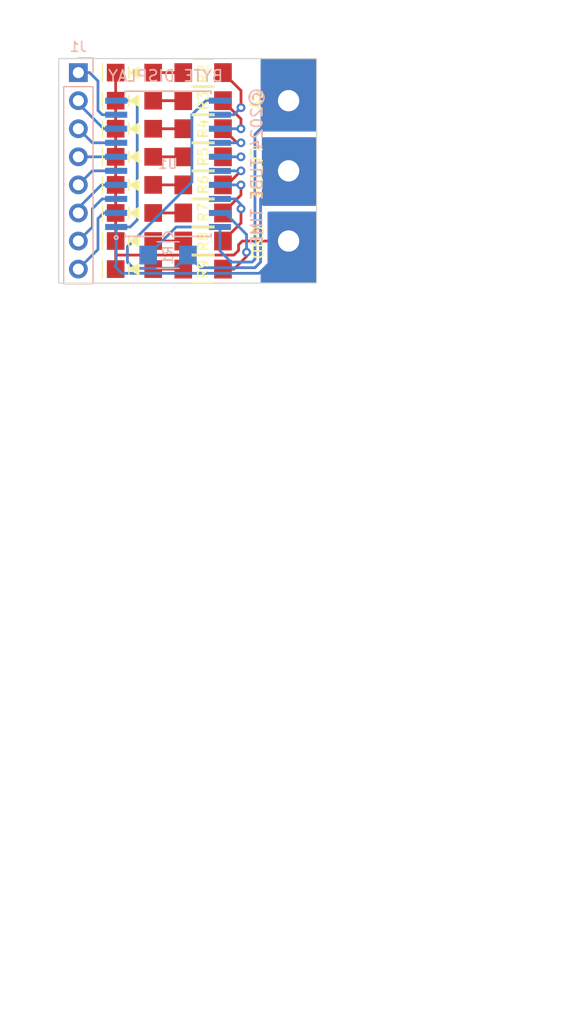
<source format=kicad_pcb>
(kicad_pcb (version 20221018) (generator pcbnew)
  (title_block (title "ByteDisplay") (comment 1 "By Tube Time"))
  (layers (0 "F.Cu" signal) (31 "B.Cu" signal) (34 "B.Paste" user) (35 "F.Paste" user) (36 "B.SilkS" user "B.Silkscreen") (37 "F.SilkS" user "F.Silkscreen") (38 "B.Mask" user) (39 "F.Mask" user) (44 "Edge.Cuts" user))
  (net 0 "")
  (net 1 "GND")
  (net 2 "Net-(D1-A)")
  (net 3 "Net-(D2-A)")
  (net 4 "Net-(D3-A)")
  (net 5 "Net-(D4-A)")
  (net 6 "Net-(D5-A)")
  (net 7 "Net-(D6-A)")
  (net 8 "Net-(D7-A)")
  (net 9 "Net-(D8-A)")
  (net 10 "Net-(J1-Pin_1)")
  (net 11 "Net-(J1-Pin_2)")
  (net 12 "Net-(J1-Pin_3)")
  (net 13 "Net-(J1-Pin_4)")
  (net 14 "Net-(J1-Pin_5)")
  (net 15 "Net-(J1-Pin_6)")
  (net 16 "Net-(J1-Pin_7)")
  (net 17 "Net-(J1-Pin_8)")
  (net 18 "Net-(J4-Pin_1)")
  (net 19 "Net-(U1-Q0)")
  (net 20 "Net-(U1-Q1)")
  (net 21 "Net-(U1-Q2)")
  (net 22 "Net-(U1-Q3)")
  (net 23 "Net-(U1-Q4)")
  (net 24 "Net-(U1-Q5)")
  (net 25 "Net-(U1-Q6)")
  (net 26 "Net-(U1-Q7)")
  (net 27 "/5V")
  (footprint "Active:LEDM3216X110" (layer "F.Cu") (at 132.08 119.38)
    (fp_text reference "D8" hide)
    (fp_text value "LED_Small_Filled")
    (fp_line (start -2.9 -0.8) (end -2.9 0.8) (stroke (width 0.12)) (layer "F.SilkS"))
    (fp_line (start -0.5 -0.5) (end -0.5 0.5) (stroke (width 0.12)) (layer "F.SilkS"))
    (fp_poly (pts (xy -0.5 0) (xy 0.4 -0.5) (xy 0.4 0.5)) (stroke (width 0.12)) (fill solid) (layer "F.SilkS"))
    (pad "1" smd rect (at -1.7 0 180) (size 1.6 1.6) (layers "F.Cu" "F.Paste" "F.Mask") (net 1 "GND"))
    (pad "2" smd rect (at 1.7 0 180) (size 1.6 1.6) (layers "F.Cu" "F.Paste" "F.Mask") (net 9 "Net-(D8-A)"))
  )
  (footprint "Active:LEDM3216X110" (layer "F.Cu") (at 132.08 114.3)
    (fp_text reference "D6" hide)
    (fp_text value "LED_Small_Filled")
    (fp_line (start -2.9 -0.8) (end -2.9 0.8) (stroke (width 0.12)) (layer "F.SilkS"))
    (fp_line (start -0.5 -0.5) (end -0.5 0.5) (stroke (width 0.12)) (layer "F.SilkS"))
    (fp_poly (pts (xy -0.5 0) (xy 0.4 -0.5) (xy 0.4 0.5)) (stroke (width 0.12)) (fill solid) (layer "F.SilkS"))
    (pad "1" smd rect (at -1.7 0 180) (size 1.6 1.6) (layers "F.Cu" "F.Paste" "F.Mask") (net 1 "GND"))
    (pad "2" smd rect (at 1.7 0 180) (size 1.6 1.6) (layers "F.Cu" "F.Paste" "F.Mask") (net 7 "Net-(D6-A)"))
  )
  (footprint "Active:LEDM3216X110" (layer "F.Cu") (at 132.08 116.84)
    (fp_text reference "D7" hide)
    (fp_text value "LED_Small_Filled")
    (fp_line (start -2.9 -0.8) (end -2.9 0.8) (stroke (width 0.12)) (layer "F.SilkS"))
    (fp_line (start -0.5 -0.5) (end -0.5 0.5) (stroke (width 0.12)) (layer "F.SilkS"))
    (fp_poly (pts (xy -0.5 0) (xy 0.4 -0.5) (xy 0.4 0.5)) (stroke (width 0.12)) (fill solid) (layer "F.SilkS"))
    (pad "1" smd rect (at -1.7 0 180) (size 1.6 1.6) (layers "F.Cu" "F.Paste" "F.Mask") (net 1 "GND"))
    (pad "2" smd rect (at 1.7 0 180) (size 1.6 1.6) (layers "F.Cu" "F.Paste" "F.Mask") (net 8 "Net-(D7-A)"))
  )
  (footprint "Active:LEDM3216X110" (layer "F.Cu") (at 132.08 106.68)
    (fp_text reference "D3" hide)
    (fp_text value "LED_Small_Filled")
    (fp_line (start -2.9 -0.8) (end -2.9 0.8) (stroke (width 0.12)) (layer "F.SilkS"))
    (fp_line (start -0.5 -0.5) (end -0.5 0.5) (stroke (width 0.12)) (layer "F.SilkS"))
    (fp_poly (pts (xy -0.5 0) (xy 0.4 -0.5) (xy 0.4 0.5)) (stroke (width 0.12)) (fill solid) (layer "F.SilkS"))
    (pad "1" smd rect (at -1.7 0 180) (size 1.6 1.6) (layers "F.Cu" "F.Paste" "F.Mask") (net 1 "GND"))
    (pad "2" smd rect (at 1.7 0 180) (size 1.6 1.6) (layers "F.Cu" "F.Paste" "F.Mask") (net 4 "Net-(D3-A)"))
  )
  (footprint "Active:LEDM3216X110" (layer "F.Cu") (at 132.08 104.14)
    (fp_text reference "D2" hide)
    (fp_text value "LED_Small_Filled")
    (fp_line (start -2.9 -0.8) (end -2.9 0.8) (stroke (width 0.12)) (layer "F.SilkS"))
    (fp_line (start -0.5 -0.5) (end -0.5 0.5) (stroke (width 0.12)) (layer "F.SilkS"))
    (fp_poly (pts (xy -0.5 0) (xy 0.4 -0.5) (xy 0.4 0.5)) (stroke (width 0.12)) (fill solid) (layer "F.SilkS"))
    (pad "1" smd rect (at -1.7 0 180) (size 1.6 1.6) (layers "F.Cu" "F.Paste" "F.Mask") (net 1 "GND"))
    (pad "2" smd rect (at 1.7 0 180) (size 1.6 1.6) (layers "F.Cu" "F.Paste" "F.Mask") (net 3 "Net-(D2-A)"))
  )
  (footprint "Passive:RESC3216X70" (layer "F.Cu") (at 138.303 106.68 180)
    (fp_text reference "R4" (at 0 0 90) (layer "F.SilkS") (effects (font (size 0.889 0.889) (thickness 0.1524))))
    (fp_text value "1K")
    (fp_line (start -1 -1.2) (end 1 -1.2) (stroke (width 0.12)) (layer "F.SilkS"))
    (fp_line (start 1 1.2) (end -1 1.2) (stroke (width 0.12)) (layer "F.SilkS"))
    (pad "1" smd rect (at -1.8 0 180) (size 1.6 1.7) (layers "F.Cu" "F.Paste" "F.Mask") (net 24 "Net-(U1-Q5)"))
    (pad "2" smd rect (at 1.8 0 180) (size 1.6 1.7) (layers "F.Cu" "F.Paste" "F.Mask") (net 4 "Net-(D3-A)"))
  )
  (footprint "Passive:RESC3216X70" (layer "F.Cu") (at 138.303 109.22 180)
    (fp_text reference "R5" (at 0 0 90) (layer "F.SilkS") (effects (font (size 0.889 0.889) (thickness 0.1524))))
    (fp_text value "1K")
    (fp_line (start -1 -1.2) (end 1 -1.2) (stroke (width 0.12)) (layer "F.SilkS"))
    (fp_line (start 1 1.2) (end -1 1.2) (stroke (width 0.12)) (layer "F.SilkS"))
    (pad "1" smd rect (at -1.8 0 180) (size 1.6 1.7) (layers "F.Cu" "F.Paste" "F.Mask") (net 23 "Net-(U1-Q4)"))
    (pad "2" smd rect (at 1.8 0 180) (size 1.6 1.7) (layers "F.Cu" "F.Paste" "F.Mask") (net 5 "Net-(D4-A)"))
  )
  (footprint "Conn:MILL-MAX_0294-0-15-01-06-27-10-0" (layer "F.Cu") (at 146.05 116.84)
    (fp_text reference "J2" hide)
    (fp_text value "Conn_01x01_Socket")
    (pad "1" thru_hole circle (at 0 0) (size 3.048 3.048) (drill 1.9304) (layers "*.Cu" "*.Mask") (net 1 "GND"))
  )
  (footprint "Active:LEDM3216X110" (layer "F.Cu") (at 132.08 111.76)
    (fp_text reference "D5" hide)
    (fp_text value "LED_Small_Filled")
    (fp_line (start -2.9 -0.8) (end -2.9 0.8) (stroke (width 0.12)) (layer "F.SilkS"))
    (fp_line (start -0.5 -0.5) (end -0.5 0.5) (stroke (width 0.12)) (layer "F.SilkS"))
    (fp_poly (pts (xy -0.5 0) (xy 0.4 -0.5) (xy 0.4 0.5)) (stroke (width 0.12)) (fill solid) (layer "F.SilkS"))
    (pad "1" smd rect (at -1.7 0 180) (size 1.6 1.6) (layers "F.Cu" "F.Paste" "F.Mask") (net 1 "GND"))
    (pad "2" smd rect (at 1.7 0 180) (size 1.6 1.6) (layers "F.Cu" "F.Paste" "F.Mask") (net 6 "Net-(D5-A)"))
  )
  (footprint "Passive:RESC3216X70" (layer "F.Cu") (at 138.303 101.6 180)
    (fp_text reference "R2" (at 0 -0.125 90) (layer "F.SilkS") (effects (font (size 0.889 0.889) (thickness 0.1524) bold)))
    (fp_text value "1K")
    (fp_line (start -1 -1.2) (end 1 -1.2) (stroke (width 0.12)) (layer "F.SilkS"))
    (fp_line (start 1 1.2) (end -1 1.2) (stroke (width 0.12)) (layer "F.SilkS"))
    (pad "1" smd rect (at -1.8 0 180) (size 1.6 1.7) (layers "F.Cu" "F.Paste" "F.Mask") (net 26 "Net-(U1-Q7)"))
    (pad "2" smd rect (at 1.8 0 180) (size 1.6 1.7) (layers "F.Cu" "F.Paste" "F.Mask") (net 2 "Net-(D1-A)"))
  )
  (footprint "Passive:RESC3216X70" (layer "F.Cu") (at 138.303 116.84 180)
    (fp_text reference "R8" (at 0 -0.036 90) (layer "F.SilkS") (effects (font (size 0.889 0.889) (thickness 0.1524))))
    (fp_text value "1K")
    (fp_line (start -1 -1.2) (end 1 -1.2) (stroke (width 0.12)) (layer "F.SilkS"))
    (fp_line (start 1 1.2) (end -1 1.2) (stroke (width 0.12)) (layer "F.SilkS"))
    (pad "1" smd rect (at -1.8 0 180) (size 1.6 1.7) (layers "F.Cu" "F.Paste" "F.Mask") (net 20 "Net-(U1-Q1)"))
    (pad "2" smd rect (at 1.8 0 180) (size 1.6 1.7) (layers "F.Cu" "F.Paste" "F.Mask") (net 8 "Net-(D7-A)"))
  )
  (footprint "Passive:RESC3216X70" (layer "F.Cu") (at 138.303 114.3 180)
    (fp_text reference "R7" (at 0 0.055 90) (layer "F.SilkS") (effects (font (size 0.889 0.889) (thickness 0.1524))))
    (fp_text value "1K")
    (fp_line (start -1 -1.2) (end 1 -1.2) (stroke (width 0.12)) (layer "F.SilkS"))
    (fp_line (start 1 1.2) (end -1 1.2) (stroke (width 0.12)) (layer "F.SilkS"))
    (pad "1" smd rect (at -1.8 0 180) (size 1.6 1.7) (layers "F.Cu" "F.Paste" "F.Mask") (net 21 "Net-(U1-Q2)"))
    (pad "2" smd rect (at 1.8 0 180) (size 1.6 1.7) (layers "F.Cu" "F.Paste" "F.Mask") (net 7 "Net-(D6-A)"))
  )
  (footprint "Passive:RESC3216X70" (layer "F.Cu") (at 138.303 119.38 180)
    (fp_text reference "R9" (at 0 0 90) (layer "F.SilkS") (effects (font (size 0.889 0.889) (thickness 0.1524))))
    (fp_text value "1K")
    (fp_line (start -1 -1.2) (end 1 -1.2) (stroke (width 0.12)) (layer "F.SilkS"))
    (fp_line (start 1 1.2) (end -1 1.2) (stroke (width 0.12)) (layer "F.SilkS"))
    (pad "1" smd rect (at -1.8 0 180) (size 1.6 1.7) (layers "F.Cu" "F.Paste" "F.Mask") (net 19 "Net-(U1-Q0)"))
    (pad "2" smd rect (at 1.8 0 180) (size 1.6 1.7) (layers "F.Cu" "F.Paste" "F.Mask") (net 9 "Net-(D8-A)"))
  )
  (footprint "Conn:MILL-MAX_0294-0-15-01-06-27-10-0" (layer "F.Cu") (at 146.05 110.49)
    (fp_text reference "J4" hide)
    (fp_text value "Conn_01x01_Socket")
    (pad "1" thru_hole circle (at 0 0) (size 3.048 3.048) (drill 1.9304) (layers "*.Cu" "*.Mask") (net 18 "Net-(J4-Pin_1)"))
  )
  (footprint "Conn:MILL-MAX_0294-0-15-01-06-27-10-0" (layer "F.Cu") (at 146.05 104.14)
    (fp_text reference "J3" hide)
    (fp_text value "Conn_01x01_Socket")
    (pad "1" thru_hole circle (at 0 0) (size 3.048 3.048) (drill 1.9304) (layers "*.Cu" "*.Mask") (net 27 "/5V"))
  )
  (footprint "Active:LEDM3216X110" (layer "F.Cu") (at 132.08 109.22)
    (fp_text reference "D4" hide)
    (fp_text value "LED_Small_Filled")
    (fp_line (start -2.9 -0.8) (end -2.9 0.8) (stroke (width 0.12)) (layer "F.SilkS"))
    (fp_line (start -0.5 -0.5) (end -0.5 0.5) (stroke (width 0.12)) (layer "F.SilkS"))
    (fp_poly (pts (xy -0.5 0) (xy 0.4 -0.5) (xy 0.4 0.5)) (stroke (width 0.12)) (fill solid) (layer "F.SilkS"))
    (pad "1" smd rect (at -1.7 0 180) (size 1.6 1.6) (layers "F.Cu" "F.Paste" "F.Mask") (net 1 "GND"))
    (pad "2" smd rect (at 1.7 0 180) (size 1.6 1.6) (layers "F.Cu" "F.Paste" "F.Mask") (net 5 "Net-(D4-A)"))
  )
  (footprint "Passive:RESC3216X70" (layer "F.Cu") (at 138.303 111.76 180)
    (fp_text reference "R6" (at 0 0.019 90) (layer "F.SilkS") (effects (font (size 0.889 0.889) (thickness 0.1524))))
    (fp_text value "1K")
    (fp_line (start -1 -1.2) (end 1 -1.2) (stroke (width 0.12)) (layer "F.SilkS"))
    (fp_line (start 1 1.2) (end -1 1.2) (stroke (width 0.12)) (layer "F.SilkS"))
    (pad "1" smd rect (at -1.8 0 180) (size 1.6 1.7) (layers "F.Cu" "F.Paste" "F.Mask") (net 22 "Net-(U1-Q3)"))
    (pad "2" smd rect (at 1.8 0 180) (size 1.6 1.7) (layers "F.Cu" "F.Paste" "F.Mask") (net 6 "Net-(D5-A)"))
  )
  (footprint "Active:LEDM3216X110" (layer "F.Cu") (at 132.08 101.6)
    (fp_text reference "D1" hide)
    (fp_text value "LED_Small_Filled")
    (fp_line (start -2.9 -0.8) (end -2.9 0.8) (stroke (width 0.12)) (layer "F.SilkS"))
    (fp_line (start -0.5 -0.5) (end -0.5 0.5) (stroke (width 0.12)) (layer "F.SilkS"))
    (fp_poly (pts (xy -0.5 0) (xy 0.4 -0.5) (xy 0.4 0.5)) (stroke (width 0.12)) (fill solid) (layer "F.SilkS"))
    (pad "1" smd rect (at -1.7 0 180) (size 1.6 1.6) (layers "F.Cu" "F.Paste" "F.Mask") (net 1 "GND"))
    (pad "2" smd rect (at 1.7 0 180) (size 1.6 1.6) (layers "F.Cu" "F.Paste" "F.Mask") (net 2 "Net-(D1-A)"))
  )
  (footprint "Passive:RESC3216X70" (layer "F.Cu") (at 138.303 104.14 180)
    (fp_text reference "R3" (at 0 0 90) (layer "F.SilkS") (effects (font (size 0.889 0.889) (thickness 0.1524))))
    (fp_text value "1K")
    (fp_line (start -1 -1.2) (end 1 -1.2) (stroke (width 0.12)) (layer "F.SilkS"))
    (fp_line (start 1 1.2) (end -1 1.2) (stroke (width 0.12)) (layer "F.SilkS"))
    (pad "1" smd rect (at -1.8 0 180) (size 1.6 1.7) (layers "F.Cu" "F.Paste" "F.Mask") (net 25 "Net-(U1-Q6)"))
    (pad "2" smd rect (at 1.8 0 180) (size 1.6 1.7) (layers "F.Cu" "F.Paste" "F.Mask") (net 3 "Net-(D2-A)"))
  )
  (footprint "Passive:RESC3216X70" (layer "B.Cu") (at 135.128 118.11)
    (fp_text reference "R1" (at 0 0 90) (layer "B.SilkS") (effects (font (size 0.889 0.889) (thickness 0.1524)) (justify mirror)))
    (fp_text value "4.7K")
    (fp_line (start -1 1.2) (end 1 1.2) (stroke (width 0.12)) (layer "B.SilkS"))
    (fp_line (start 1 -1.2) (end -1 -1.2) (stroke (width 0.12)) (layer "B.SilkS"))
    (pad "1" smd rect (at -1.8 0) (size 1.6 1.7) (layers "B.Cu" "B.Paste" "B.Mask") (net 27 "/5V"))
    (pad "2" smd rect (at 1.8 0) (size 1.6 1.7) (layers "B.Cu" "B.Paste" "B.Mask") (net 18 "Net-(J4-Pin_1)"))
  )
  (footprint "Active:SOP127P1065X265-20" (layer "B.Cu") (at 135.128 109.855)
    (fp_text reference "U1" (at 0 0) (layer "B.SilkS") (effects (font (size 0.889 0.889) (thickness 0.1524)) (justify mirror)))
    (fp_text value "74HCT573")
    (fp_line (start -3.9 -6.57) (end 3.9 -6.57) (stroke (width 0.15)) (layer "B.SilkS"))
    (fp_line (start -3.9 -6.37) (end -3.9 -6.57) (stroke (width 0.15)) (layer "B.SilkS"))
    (fp_line (start -3.9 6.57) (end -3.9 6.37) (stroke (width 0.15)) (layer "B.SilkS"))
    (fp_line (start -0.4 6.57) (end -3.9 6.57) (stroke (width 0.15)) (layer "B.SilkS"))
    (fp_line (start 0.4 6.57) (end 3.9 6.57) (stroke (width 0.15)) (layer "B.SilkS"))
    (fp_line (start 3.9 -6.57) (end 3.9 -6.37) (stroke (width 0.15)) (layer "B.SilkS"))
    (fp_line (start 3.9 6.57) (end 3.9 6.37) (stroke (width 0.15)) (layer "B.SilkS"))
    (fp_arc (start -0.4 6.57) (mid 0 6.17) (end 0.4 6.57) (stroke (width 0.15)) (layer "B.SilkS"))
    (fp_circle (center -4.7 6.67) (end -4.701 6.509) (stroke (width 0.15)) (fill none) (layer "B.SilkS"))
    (pad "1" smd rect (at -4.7 5.715) (size 2 0.55) (layers "B.Cu" "B.Paste" "B.Mask") (net 1 "GND"))
    (pad "2" smd rect (at -4.7 4.445) (size 2 0.55) (layers "B.Cu" "B.Paste" "B.Mask") (net 17 "Net-(J1-Pin_8)"))
    (pad "3" smd rect (at -4.7 3.175) (size 2 0.55) (layers "B.Cu" "B.Paste" "B.Mask") (net 16 "Net-(J1-Pin_7)"))
    (pad "4" smd rect (at -4.7 1.905) (size 2 0.55) (layers "B.Cu" "B.Paste" "B.Mask") (net 15 "Net-(J1-Pin_6)"))
    (pad "5" smd rect (at -4.7 0.635) (size 2 0.55) (layers "B.Cu" "B.Paste" "B.Mask") (net 14 "Net-(J1-Pin_5)"))
    (pad "6" smd rect (at -4.7 -0.635) (size 2 0.55) (layers "B.Cu" "B.Paste" "B.Mask") (net 13 "Net-(J1-Pin_4)"))
    (pad "7" smd rect (at -4.7 -1.905) (size 2 0.55) (layers "B.Cu" "B.Paste" "B.Mask") (net 12 "Net-(J1-Pin_3)"))
    (pad "8" smd rect (at -4.7 -3.175) (size 2 0.55) (layers "B.Cu" "B.Paste" "B.Mask") (net 11 "Net-(J1-Pin_2)"))
    (pad "9" smd rect (at -4.699 -4.445) (size 2 0.55) (layers "B.Cu" "B.Paste" "B.Mask") (net 10 "Net-(J1-Pin_1)"))
    (pad "10" smd rect (at -4.699 -5.715) (size 2 0.55) (layers "B.Cu" "B.Paste" "B.Mask") (net 1 "GND"))
    (pad "11" smd rect (at 4.699 -5.715) (size 2 0.55) (layers "B.Cu" "B.Paste" "B.Mask") (net 18 "Net-(J4-Pin_1)"))
    (pad "12" smd rect (at 4.699 -4.445) (size 2 0.55) (layers "B.Cu" "B.Paste" "B.Mask") (net 26 "Net-(U1-Q7)"))
    (pad "13" smd rect (at 4.7 -3.175) (size 2 0.55) (layers "B.Cu" "B.Paste" "B.Mask") (net 25 "Net-(U1-Q6)"))
    (pad "14" smd rect (at 4.7 -1.905) (size 2 0.55) (layers "B.Cu" "B.Paste" "B.Mask") (net 24 "Net-(U1-Q5)"))
    (pad "15" smd rect (at 4.7 -0.635) (size 2 0.55) (layers "B.Cu" "B.Paste" "B.Mask") (net 23 "Net-(U1-Q4)"))
    (pad "16" smd rect (at 4.7 0.635) (size 2 0.55) (layers "B.Cu" "B.Paste" "B.Mask") (net 22 "Net-(U1-Q3)"))
    (pad "17" smd rect (at 4.7 1.905) (size 2 0.55) (layers "B.Cu" "B.Paste" "B.Mask") (net 21 "Net-(U1-Q2)"))
    (pad "18" smd rect (at 4.7 3.175) (size 2 0.55) (layers "B.Cu" "B.Paste" "B.Mask") (net 20 "Net-(U1-Q1)"))
    (pad "19" smd rect (at 4.7 4.445) (size 2 0.55) (layers "B.Cu" "B.Paste" "B.Mask") (net 19 "Net-(U1-Q0)"))
    (pad "20" smd rect (at 4.7 5.715) (size 2 0.55) (layers "B.Cu" "B.Paste" "B.Mask") (net 27 "/5V"))
  )
  (footprint "Connector_PinHeader_2.54mm:PinHeader_1x08_P2.54mm_Vertical" (layer "B.Cu") (at 127 101.6 180)
    (fp_text reference "J1" (at 0 2.33) (layer "B.SilkS") (effects (font (size 0.889 0.889) (thickness 0.1524)) (justify mirror)))
    (fp_text value "Conn_01x08_Pin")
    (fp_line (start -1.33 -19.11) (end 1.33 -19.11) (stroke (width 0.12)) (layer "B.SilkS"))
    (fp_line (start -1.33 -1.27) (end -1.33 -19.11) (stroke (width 0.12)) (layer "B.SilkS"))
    (fp_line (start -1.33 -1.27) (end 1.33 -1.27) (stroke (width 0.12)) (layer "B.SilkS"))
    (fp_line (start -1.33 0) (end -1.33 1.33) (stroke (width 0.12)) (layer "B.SilkS"))
    (fp_line (start -1.33 1.33) (end 0 1.33) (stroke (width 0.12)) (layer "B.SilkS"))
    (fp_line (start 1.33 -1.27) (end 1.33 -19.11) (stroke (width 0.12)) (layer "B.SilkS"))
    (pad "1" thru_hole rect (at 0 0 180) (size 1.7 1.7) (drill 1) (layers "*.Cu" "*.Mask") (net 10 "Net-(J1-Pin_1)"))
    (pad "2" thru_hole oval (at 0 -2.54 180) (size 1.7 1.7) (drill 1) (layers "*.Cu" "*.Mask") (net 11 "Net-(J1-Pin_2)"))
    (pad "3" thru_hole oval (at 0 -5.08 180) (size 1.7 1.7) (drill 1) (layers "*.Cu" "*.Mask") (net 12 "Net-(J1-Pin_3)"))
    (pad "4" thru_hole oval (at 0 -7.62 180) (size 1.7 1.7) (drill 1) (layers "*.Cu" "*.Mask") (net 13 "Net-(J1-Pin_4)"))
    (pad "5" thru_hole oval (at 0 -10.16 180) (size 1.7 1.7) (drill 1) (layers "*.Cu" "*.Mask") (net 14 "Net-(J1-Pin_5)"))
    (pad "6" thru_hole oval (at 0 -12.7 180) (size 1.7 1.7) (drill 1) (layers "*.Cu" "*.Mask") (net 15 "Net-(J1-Pin_6)"))
    (pad "7" thru_hole oval (at 0 -15.24 180) (size 1.7 1.7) (drill 1) (layers "*.Cu" "*.Mask") (net 16 "Net-(J1-Pin_7)"))
    (pad "8" thru_hole oval (at 0 -17.78 180) (size 1.7 1.7) (drill 1) (layers "*.Cu" "*.Mask") (net 17 "Net-(J1-Pin_8)"))
  )
  (gr_line (start 148.59 120.65) (end 148.59 100.33) (stroke (width 0.1)) (layer "Edge.Cuts"))
  (gr_line (start 148.59 100.33) (end 125.222 100.33) (stroke (width 0.1)) (layer "Edge.Cuts"))
  (gr_line (start 125.222 120.65) (end 148.59 120.65) (stroke (width 0.1)) (layer "Edge.Cuts"))
  (gr_line (start 125.222 100.33) (end 125.222 120.65) (stroke (width 0.1)) (layer "Edge.Cuts"))
  (gr_text "BYTE DISPLAY" (at 140.208 102.489) (layer "B.SilkS") (effects (font (size 1.016 1.016) (thickness 0.1524)) (justify left bottom mirror)))
  (gr_text " ©2024 TUBE TIME" (at 143.764 102.108 90) (layer "B.SilkS") (effects (font (size 1.016 1.016) (thickness 0.1524)) (justify left bottom mirror)))
  (gr_text "5V" (at 142.494 102.997 -90) (layer "F.SilkS") (effects (font (size 1.016 1.016) (thickness 0.1524)) (justify left bottom)))
  (gr_text "GND" (at 142.621 115.316 -90) (layer "F.SilkS") (effects (font (size 1.016 1.016) (thickness 0.1524)) (justify left bottom)))
  (gr_text "LATCH" (at 142.494 108.204 -90) (layer "F.SilkS") (effects (font (size 1.016 1.016) (thickness 0.1524)) (justify left bottom)))
  (segment (start 130.38 106.68) (end 130.38 109.22) (width 0.25) (layer "F.Cu") (net 1))
  (segment (start 130.38 111.76) (end 130.38 114.3) (width 0.25) (layer "F.Cu") (net 1))
  (segment (start 130.38 118.11) (end 141.097 118.11) (width 0.25) (layer "F.Cu") (net 1))
  (segment (start 141.097 118.11) (end 141.515 117.692) (width 0.25) (layer "F.Cu") (net 1))
  (segment (start 130.38 118.11) (end 130.38 119.38) (width 0.25) (layer "F.Cu") (net 1))
  (segment (start 141.515 117.692) (end 141.515 117.184) (width 0.25) (layer "F.Cu") (net 1))
  (segment (start 130.38 114.3) (end 130.38 116.84) (width 0.25) (layer "F.Cu") (net 1))
  (segment (start 130.38 104.14) (end 130.38 101.6) (width 0.25) (layer "F.Cu") (net 1))
  (segment (start 130.38 116.84) (end 130.38 118.11) (width 0.25) (layer "F.Cu") (net 1))
  (segment (start 141.515 117.184) (end 141.859 116.84) (width 0.25) (layer "F.Cu") (net 1))
  (segment (start 130.38 104.14) (end 130.38 106.68) (width 0.25) (layer "F.Cu") (net 1))
  (segment (start 130.38 109.22) (end 130.38 111.76) (width 0.25) (layer "F.Cu") (net 1))
  (segment (start 141.859 116.84) (end 146.05 116.84) (width 0.25) (layer "F.Cu") (net 1))
  (segment (start 146.05 116.84) (end 146.05 117.094) (width 0.25) (layer "B.Cu") (net 1))
  (segment (start 130.428 119) (end 130.428 115.57) (width 0.25) (layer "B.Cu") (net 1))
  (segment (start 132.334 114.935) (end 131.699 115.57) (width 0.25) (layer "B.Cu") (net 1))
  (segment (start 131.699 115.57) (end 130.428 115.57) (width 0.25) (layer "B.Cu") (net 1))
  (segment (start 132.334 104.521) (end 132.334 114.935) (width 0.25) (layer "B.Cu") (net 1))
  (segment (start 130.302 119.126) (end 130.428 119) (width 0.25) (layer "B.Cu") (net 1))
  (segment (start 130.937 119.761) (end 130.302 119.126) (width 0.25) (layer "B.Cu") (net 1))
  (segment (start 143.383 119.761) (end 130.937 119.761) (width 0.25) (layer "B.Cu") (net 1))
  (segment (start 146.05 117.094) (end 143.383 119.761) (width 0.25) (layer "B.Cu") (net 1))
  (segment (start 131.953 104.14) (end 132.334 104.521) (width 0.25) (layer "B.Cu") (net 1))
  (segment (start 130.429 104.14) (end 131.953 104.14) (width 0.25) (layer "B.Cu") (net 1))
  (segment (start 133.78 101.6) (end 136.503 101.6) (width 0.25) (layer "F.Cu") (net 2))
  (segment (start 133.78 104.14) (end 136.503 104.14) (width 0.25) (layer "F.Cu") (net 3))
  (segment (start 133.78 106.68) (end 136.503 106.68) (width 0.25) (layer "F.Cu") (net 4))
  (segment (start 133.78 109.22) (end 136.503 109.22) (width 0.25) (layer "F.Cu") (net 5))
  (segment (start 133.78 111.76) (end 136.503 111.76) (width 0.25) (layer "F.Cu") (net 6))
  (segment (start 133.78 114.3) (end 136.503 114.3) (width 0.25) (layer "F.Cu") (net 7))
  (segment (start 133.78 116.84) (end 136.503 116.84) (width 0.25) (layer "F.Cu") (net 8))
  (segment (start 133.78 119.38) (end 136.503 119.38) (width 0.25) (layer "F.Cu") (net 9))
  (segment (start 128.778 105.029) (end 129.159 105.41) (width 0.25) (layer "B.Cu") (net 10))
  (segment (start 129.159 105.41) (end 130.429 105.41) (width 0.25) (layer "B.Cu") (net 10))
  (segment (start 127 101.6) (end 128.016 101.6) (width 0.25) (layer "B.Cu") (net 10))
  (segment (start 128.016 101.6) (end 128.778 102.362) (width 0.25) (layer "B.Cu") (net 10))
  (segment (start 128.778 102.362) (end 128.778 105.029) (width 0.25) (layer "B.Cu") (net 10))
  (segment (start 127 104.394) (end 129.286 106.68) (width 0.25) (layer "B.Cu") (net 11))
  (segment (start 129.286 106.68) (end 130.428 106.68) (width 0.25) (layer "B.Cu") (net 11))
  (segment (start 127 104.14) (end 127 104.394) (width 0.25) (layer "B.Cu") (net 11))
  (segment (start 128.27 107.95) (end 130.428 107.95) (width 0.25) (layer "B.Cu") (net 12))
  (segment (start 127 106.68) (end 128.27 107.95) (width 0.25) (layer "B.Cu") (net 12))
  (segment (start 127 109.22) (end 130.428 109.22) (width 0.25) (layer "B.Cu") (net 13))
  (segment (start 127 111.76) (end 128.27 110.49) (width 0.25) (layer "B.Cu") (net 14))
  (segment (start 128.27 110.49) (end 130.428 110.49) (width 0.25) (layer "B.Cu") (net 14))
  (segment (start 127 113.8555) (end 129.0955 111.76) (width 0.25) (layer "B.Cu") (net 15))
  (segment (start 129.0955 111.76) (end 130.428 111.76) (width 0.25) (layer "B.Cu") (net 15))
  (segment (start 127 114.3) (end 127 113.8555) (width 0.25) (layer "B.Cu") (net 15))
  (segment (start 128.27 115.57) (end 128.27 113.919) (width 0.25) (layer "B.Cu") (net 16))
  (segment (start 128.27 113.919) (end 129.159 113.03) (width 0.25) (layer "B.Cu") (net 16))
  (segment (start 127 116.84) (end 128.27 115.57) (width 0.25) (layer "B.Cu") (net 16))
  (segment (start 129.159 113.03) (end 130.428 113.03) (width 0.25) (layer "B.Cu") (net 16))
  (segment (start 128.778 117.602) (end 127 119.38) (width 0.25) (layer "B.Cu") (net 17))
  (segment (start 128.778 114.808) (end 128.778 117.602) (width 0.25) (layer "B.Cu") (net 17))
  (segment (start 129.286 114.3) (end 128.778 114.808) (width 0.25) (layer "B.Cu") (net 17))
  (segment (start 130.428 114.3) (end 129.286 114.3) (width 0.25) (layer "B.Cu") (net 17))
  (segment (start 131.445 117.348) (end 131.445 118.745) (width 0.25) (layer "B.Cu") (net 18))
  (segment (start 139.827 104.14) (end 138.557 104.14) (width 0.25) (layer "B.Cu") (net 18))
  (segment (start 131.953 119.311) (end 135.727 119.311) (width 0.25) (layer "B.Cu") (net 18))
  (segment (start 138.071 119.253) (end 136.928 118.11) (width 0.25) (layer "B.Cu") (net 18))
  (segment (start 137.287 105.41) (end 137.287 111.506) (width 0.25) (layer "B.Cu") (net 18))
  (segment (start 143.51 118.745) (end 143.002 119.253) (width 0.25) (layer "B.Cu") (net 18))
  (segment (start 146.05 110.49) (end 143.51 113.03) (width 0.25) (layer "B.Cu") (net 18))
  (segment (start 143.51 113.03) (end 143.51 118.745) (width 0.25) (layer "B.Cu") (net 18))
  (segment (start 137.287 111.506) (end 131.445 117.348) (width 0.25) (layer "B.Cu") (net 18))
  (segment (start 138.557 104.14) (end 137.287 105.41) (width 0.25) (layer "B.Cu") (net 18))
  (segment (start 143.002 119.253) (end 138.071 119.253) (width 0.25) (layer "B.Cu") (net 18))
  (segment (start 135.727 119.311) (end 136.928 118.11) (width 0.25) (layer "B.Cu") (net 18))
  (segment (start 131.953 119.253) (end 131.953 119.311) (width 0.25) (layer "B.Cu") (net 18))
  (segment (start 131.445 118.745) (end 131.953 119.253) (width 0.25) (layer "B.Cu") (net 18))
  (segment (start 142.24 118.237) (end 141.097 119.38) (width 0.25) (layer "F.Cu") (net 19))
  (segment (start 142.24 117.856) (end 142.24 118.237) (width 0.25) (layer "F.Cu") (net 19))
  (segment (start 141.097 119.38) (end 140.103 119.38) (width 0.25) (layer "F.Cu") (net 19))
  (via (at 142.24 117.856) (size 0.8) (drill 0.4) (layers "F.Cu" "B.Cu") (net 19))
  (segment (start 142.24 116.24738) (end 140.29262 114.3) (width 0.25) (layer "B.Cu") (net 19))
  (segment (start 142.24 117.856) (end 142.24 116.24738) (width 0.25) (layer "B.Cu") (net 19))
  (segment (start 140.29262 114.3) (end 139.828 114.3) (width 0.25) (layer "B.Cu") (net 19))
  (segment (start 141.736299 113.919) (end 141.736299 115.206701) (width 0.25) (layer "F.Cu") (net 20))
  (segment (start 141.736299 115.206701) (end 140.103 116.84) (width 0.25) (layer "F.Cu") (net 20))
  (via (at 141.736299 113.919) (size 0.8) (drill 0.4) (layers "F.Cu" "B.Cu") (net 20))
  (segment (start 141.736299 113.542299) (end 141.224 113.03) (width 0.25) (layer "B.Cu") (net 20))
  (segment (start 141.224 113.03) (end 139.828 113.03) (width 0.25) (layer "B.Cu") (net 20))
  (segment (start 141.736299 113.919) (end 141.736299 113.542299) (width 0.25) (layer "B.Cu") (net 20))
  (segment (start 141.732 111.764299) (end 141.732 112.671) (width 0.25) (layer "F.Cu") (net 21))
  (segment (start 141.732 112.671) (end 140.103 114.3) (width 0.25) (layer "F.Cu") (net 21))
  (via (at 141.732 111.764299) (size 0.8) (drill 0.4) (layers "F.Cu" "B.Cu") (net 21))
  (segment (start 141.732 111.764299) (end 141.727701 111.76) (width 0.25) (layer "B.Cu") (net 21))
  (segment (start 141.727701 111.76) (end 139.828 111.76) (width 0.25) (layer "B.Cu") (net 21))
  (segment (start 141.732 110.49) (end 140.462 111.76) (width 0.25) (layer "F.Cu") (net 22))
  (segment (start 140.462 111.76) (end 140.103 111.76) (width 0.25) (layer "F.Cu") (net 22))
  (via (at 141.732 110.49) (size 0.8) (drill 0.4) (layers "F.Cu" "B.Cu") (net 22))
  (segment (start 139.828 110.49) (end 141.732 110.49) (width 0.25) (layer "B.Cu") (net 22))
  (segment (start 141.732 109.22) (end 140.103 109.22) (width 0.25) (layer "F.Cu") (net 23))
  (via (at 141.732 109.22) (size 0.8) (drill 0.4) (layers "F.Cu" "B.Cu") (net 23))
  (segment (start 139.828 109.22) (end 141.732 109.22) (width 0.25) (layer "B.Cu") (net 23))
  (segment (start 141.732 107.95) (end 141.351 107.95) (width 0.25) (layer "F.Cu") (net 24))
  (segment (start 141.351 107.928) (end 140.103 106.68) (width 0.25) (layer "F.Cu") (net 24))
  (segment (start 141.351 107.95) (end 141.351 107.928) (width 0.25) (layer "F.Cu") (net 24))
  (via (at 141.732 107.95) (size 0.8) (drill 0.4) (layers "F.Cu" "B.Cu") (net 24))
  (segment (start 139.828 107.95) (end 141.732 107.95) (width 0.25) (layer "B.Cu") (net 24))
  (segment (start 140.103 104.162) (end 140.103 104.14) (width 0.25) (layer "F.Cu") (net 25))
  (segment (start 141.732 105.791) (end 140.103 104.162) (width 0.25) (layer "F.Cu") (net 25))
  (segment (start 141.732 106.68) (end 141.732 105.791) (width 0.25) (layer "F.Cu") (net 25))
  (via (at 141.732 106.68) (size 0.8) (drill 0.4) (layers "F.Cu" "B.Cu") (net 25))
  (segment (start 139.828 106.68) (end 141.732 106.68) (width 0.25) (layer "B.Cu") (net 25))
  (segment (start 141.736299 104.770701) (end 141.736299 103.233299) (width 0.25) (layer "F.Cu") (net 26))
  (segment (start 141.736299 103.233299) (end 140.103 101.6) (width 0.25) (layer "F.Cu") (net 26))
  (via (at 141.736299 104.770701) (size 0.8) (drill 0.4) (layers "F.Cu" "B.Cu") (net 26))
  (segment (start 141.097 105.41) (end 139.827 105.41) (width 0.25) (layer "B.Cu") (net 26))
  (segment (start 141.736299 104.770701) (end 141.097 105.41) (width 0.25) (layer "B.Cu") (net 26))
  (segment (start 142.748 118.745) (end 140.843 118.745) (width 0.25) (layer "B.Cu") (net 27))
  (segment (start 140.843 118.745) (end 139.828 117.73) (width 0.25) (layer "B.Cu") (net 27))
  (segment (start 139.828 117.73) (end 139.828 115.57) (width 0.25) (layer "B.Cu") (net 27))
  (segment (start 143.002 107.188) (end 143.002 118.491) (width 0.25) (layer "B.Cu") (net 27))
  (segment (start 146.05 104.14) (end 143.002 107.188) (width 0.25) (layer "B.Cu") (net 27))
  (segment (start 139.828 115.57) (end 135.868 115.57) (width 0.25) (layer "B.Cu") (net 27))
  (segment (start 135.868 115.57) (end 133.328 118.11) (width 0.25) (layer "B.Cu") (net 27))
  (segment (start 143.002 118.491) (end 142.748 118.745) (width 0.25) (layer "B.Cu") (net 27))
  (zone (net 27) (net_name "/5V") (layer "B.Cu") (connect_pads yes (clearance 0.5)) (min_thickness 0.25) (fill yes (thermal_gap 0.5) (thermal_bridge_width 0.5))
    (polygon (pts (xy 148.59 100.33) (xy 143.51 100.33) (xy 143.51 107.061) (xy 148.59 107.061)))
  )
  (zone (net 1) (net_name "GND") (layer "B.Cu") (connect_pads yes (clearance 0.5)) (min_thickness 0.25) (fill yes (thermal_gap 0.5) (thermal_bridge_width 0.5))
    (polygon (pts (xy 148.59 114.046) (xy 143.51 114.046) (xy 143.51 120.65) (xy 148.59 120.65)))
  )
  (zone (net 18) (net_name "Net-(J4-Pin_1)") (layer "B.Cu") (connect_pads yes (clearance 0.5)) (min_thickness 0.25) (fill yes (thermal_gap 0.5) (thermal_bridge_width 0.5))
    (polygon (pts (xy 148.59 107.442) (xy 143.51 107.442) (xy 143.51 113.665) (xy 148.59 113.665)))
  )
)
</source>
